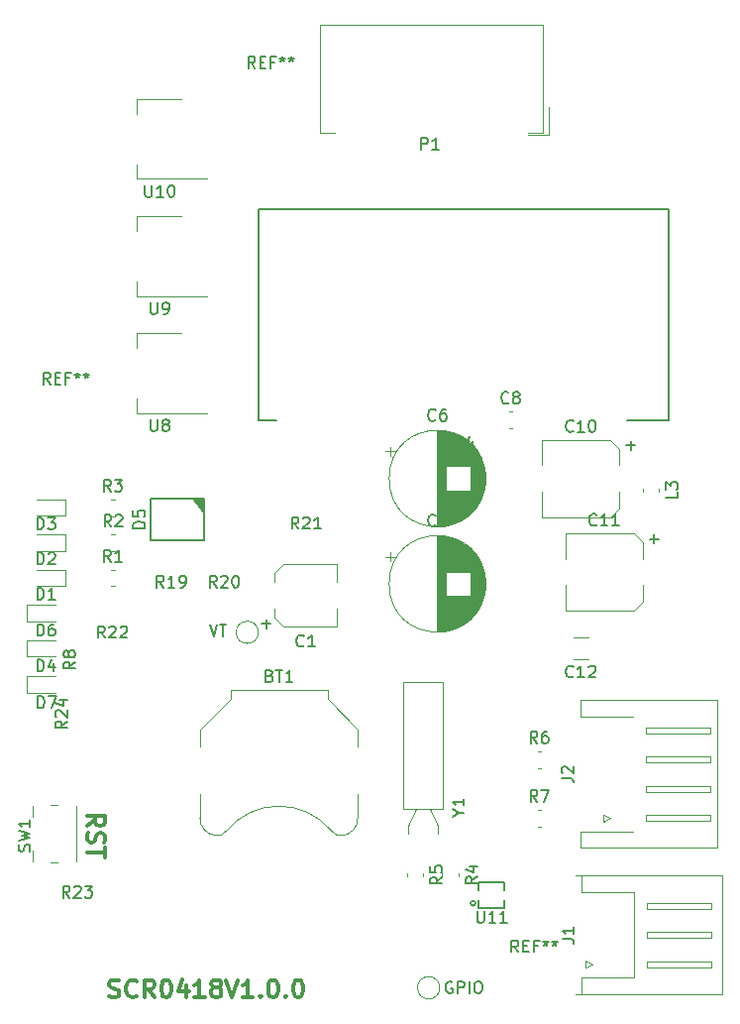
<source format=gbr>
G04 #@! TF.GenerationSoftware,KiCad,Pcbnew,5.0.0-rc2-unknown-bfa8903~65~ubuntu16.04.1*
G04 #@! TF.CreationDate,2018-06-03T14:39:05-05:00*
G04 #@! TF.ProjectId,omega-dock-new,6F6D6567612D646F636B2D6E65772E6B,rev?*
G04 #@! TF.SameCoordinates,Original*
G04 #@! TF.FileFunction,Legend,Top*
G04 #@! TF.FilePolarity,Positive*
%FSLAX46Y46*%
G04 Gerber Fmt 4.6, Leading zero omitted, Abs format (unit mm)*
G04 Created by KiCad (PCBNEW 5.0.0-rc2-unknown-bfa8903~65~ubuntu16.04.1) date Sun Jun  3 14:39:05 2018*
%MOMM*%
%LPD*%
G01*
G04 APERTURE LIST*
%ADD10C,0.300000*%
%ADD11C,0.120000*%
%ADD12C,0.150000*%
G04 APERTURE END LIST*
D10*
X119714285Y-138257142D02*
X119928571Y-138328571D01*
X120285714Y-138328571D01*
X120428571Y-138257142D01*
X120500000Y-138185714D01*
X120571428Y-138042857D01*
X120571428Y-137900000D01*
X120500000Y-137757142D01*
X120428571Y-137685714D01*
X120285714Y-137614285D01*
X120000000Y-137542857D01*
X119857142Y-137471428D01*
X119785714Y-137400000D01*
X119714285Y-137257142D01*
X119714285Y-137114285D01*
X119785714Y-136971428D01*
X119857142Y-136900000D01*
X120000000Y-136828571D01*
X120357142Y-136828571D01*
X120571428Y-136900000D01*
X122071428Y-138185714D02*
X122000000Y-138257142D01*
X121785714Y-138328571D01*
X121642857Y-138328571D01*
X121428571Y-138257142D01*
X121285714Y-138114285D01*
X121214285Y-137971428D01*
X121142857Y-137685714D01*
X121142857Y-137471428D01*
X121214285Y-137185714D01*
X121285714Y-137042857D01*
X121428571Y-136900000D01*
X121642857Y-136828571D01*
X121785714Y-136828571D01*
X122000000Y-136900000D01*
X122071428Y-136971428D01*
X123571428Y-138328571D02*
X123071428Y-137614285D01*
X122714285Y-138328571D02*
X122714285Y-136828571D01*
X123285714Y-136828571D01*
X123428571Y-136900000D01*
X123500000Y-136971428D01*
X123571428Y-137114285D01*
X123571428Y-137328571D01*
X123500000Y-137471428D01*
X123428571Y-137542857D01*
X123285714Y-137614285D01*
X122714285Y-137614285D01*
X124500000Y-136828571D02*
X124642857Y-136828571D01*
X124785714Y-136900000D01*
X124857142Y-136971428D01*
X124928571Y-137114285D01*
X125000000Y-137400000D01*
X125000000Y-137757142D01*
X124928571Y-138042857D01*
X124857142Y-138185714D01*
X124785714Y-138257142D01*
X124642857Y-138328571D01*
X124500000Y-138328571D01*
X124357142Y-138257142D01*
X124285714Y-138185714D01*
X124214285Y-138042857D01*
X124142857Y-137757142D01*
X124142857Y-137400000D01*
X124214285Y-137114285D01*
X124285714Y-136971428D01*
X124357142Y-136900000D01*
X124500000Y-136828571D01*
X126285714Y-137328571D02*
X126285714Y-138328571D01*
X125928571Y-136757142D02*
X125571428Y-137828571D01*
X126500000Y-137828571D01*
X127857142Y-138328571D02*
X127000000Y-138328571D01*
X127428571Y-138328571D02*
X127428571Y-136828571D01*
X127285714Y-137042857D01*
X127142857Y-137185714D01*
X127000000Y-137257142D01*
X128714285Y-137471428D02*
X128571428Y-137400000D01*
X128500000Y-137328571D01*
X128428571Y-137185714D01*
X128428571Y-137114285D01*
X128500000Y-136971428D01*
X128571428Y-136900000D01*
X128714285Y-136828571D01*
X129000000Y-136828571D01*
X129142857Y-136900000D01*
X129214285Y-136971428D01*
X129285714Y-137114285D01*
X129285714Y-137185714D01*
X129214285Y-137328571D01*
X129142857Y-137400000D01*
X129000000Y-137471428D01*
X128714285Y-137471428D01*
X128571428Y-137542857D01*
X128500000Y-137614285D01*
X128428571Y-137757142D01*
X128428571Y-138042857D01*
X128500000Y-138185714D01*
X128571428Y-138257142D01*
X128714285Y-138328571D01*
X129000000Y-138328571D01*
X129142857Y-138257142D01*
X129214285Y-138185714D01*
X129285714Y-138042857D01*
X129285714Y-137757142D01*
X129214285Y-137614285D01*
X129142857Y-137542857D01*
X129000000Y-137471428D01*
X129714285Y-136828571D02*
X130214285Y-138328571D01*
X130714285Y-136828571D01*
X132000000Y-138328571D02*
X131142857Y-138328571D01*
X131571428Y-138328571D02*
X131571428Y-136828571D01*
X131428571Y-137042857D01*
X131285714Y-137185714D01*
X131142857Y-137257142D01*
X132642857Y-138185714D02*
X132714285Y-138257142D01*
X132642857Y-138328571D01*
X132571428Y-138257142D01*
X132642857Y-138185714D01*
X132642857Y-138328571D01*
X133642857Y-136828571D02*
X133785714Y-136828571D01*
X133928571Y-136900000D01*
X134000000Y-136971428D01*
X134071428Y-137114285D01*
X134142857Y-137400000D01*
X134142857Y-137757142D01*
X134071428Y-138042857D01*
X134000000Y-138185714D01*
X133928571Y-138257142D01*
X133785714Y-138328571D01*
X133642857Y-138328571D01*
X133500000Y-138257142D01*
X133428571Y-138185714D01*
X133357142Y-138042857D01*
X133285714Y-137757142D01*
X133285714Y-137400000D01*
X133357142Y-137114285D01*
X133428571Y-136971428D01*
X133500000Y-136900000D01*
X133642857Y-136828571D01*
X134785714Y-138185714D02*
X134857142Y-138257142D01*
X134785714Y-138328571D01*
X134714285Y-138257142D01*
X134785714Y-138185714D01*
X134785714Y-138328571D01*
X135785714Y-136828571D02*
X135928571Y-136828571D01*
X136071428Y-136900000D01*
X136142857Y-136971428D01*
X136214285Y-137114285D01*
X136285714Y-137400000D01*
X136285714Y-137757142D01*
X136214285Y-138042857D01*
X136142857Y-138185714D01*
X136071428Y-138257142D01*
X135928571Y-138328571D01*
X135785714Y-138328571D01*
X135642857Y-138257142D01*
X135571428Y-138185714D01*
X135500000Y-138042857D01*
X135428571Y-137757142D01*
X135428571Y-137400000D01*
X135500000Y-137114285D01*
X135571428Y-136971428D01*
X135642857Y-136900000D01*
X135785714Y-136828571D01*
X117821428Y-123678571D02*
X118535714Y-123178571D01*
X117821428Y-122821428D02*
X119321428Y-122821428D01*
X119321428Y-123392857D01*
X119250000Y-123535714D01*
X119178571Y-123607142D01*
X119035714Y-123678571D01*
X118821428Y-123678571D01*
X118678571Y-123607142D01*
X118607142Y-123535714D01*
X118535714Y-123392857D01*
X118535714Y-122821428D01*
X117892857Y-124250000D02*
X117821428Y-124464285D01*
X117821428Y-124821428D01*
X117892857Y-124964285D01*
X117964285Y-125035714D01*
X118107142Y-125107142D01*
X118250000Y-125107142D01*
X118392857Y-125035714D01*
X118464285Y-124964285D01*
X118535714Y-124821428D01*
X118607142Y-124535714D01*
X118678571Y-124392857D01*
X118750000Y-124321428D01*
X118892857Y-124250000D01*
X119035714Y-124250000D01*
X119178571Y-124321428D01*
X119250000Y-124392857D01*
X119321428Y-124535714D01*
X119321428Y-124892857D01*
X119250000Y-125107142D01*
X119321428Y-125535714D02*
X119321428Y-126392857D01*
X117821428Y-125964285D02*
X119321428Y-125964285D01*
D11*
G04 #@! TO.C,C6*
X151870000Y-94000000D02*
G75*
G03X151870000Y-94000000I-4120000J0D01*
G01*
X147750000Y-89920000D02*
X147750000Y-98080000D01*
X147790000Y-89920000D02*
X147790000Y-98080000D01*
X147830000Y-89920000D02*
X147830000Y-98080000D01*
X147870000Y-89921000D02*
X147870000Y-98079000D01*
X147910000Y-89923000D02*
X147910000Y-98077000D01*
X147950000Y-89924000D02*
X147950000Y-98076000D01*
X147990000Y-89926000D02*
X147990000Y-98074000D01*
X148030000Y-89929000D02*
X148030000Y-98071000D01*
X148070000Y-89932000D02*
X148070000Y-98068000D01*
X148110000Y-89935000D02*
X148110000Y-98065000D01*
X148150000Y-89939000D02*
X148150000Y-98061000D01*
X148190000Y-89943000D02*
X148190000Y-98057000D01*
X148230000Y-89948000D02*
X148230000Y-98052000D01*
X148270000Y-89952000D02*
X148270000Y-98048000D01*
X148310000Y-89958000D02*
X148310000Y-98042000D01*
X148350000Y-89963000D02*
X148350000Y-98037000D01*
X148390000Y-89970000D02*
X148390000Y-98030000D01*
X148430000Y-89976000D02*
X148430000Y-98024000D01*
X148471000Y-89983000D02*
X148471000Y-92960000D01*
X148471000Y-95040000D02*
X148471000Y-98017000D01*
X148511000Y-89990000D02*
X148511000Y-92960000D01*
X148511000Y-95040000D02*
X148511000Y-98010000D01*
X148551000Y-89998000D02*
X148551000Y-92960000D01*
X148551000Y-95040000D02*
X148551000Y-98002000D01*
X148591000Y-90006000D02*
X148591000Y-92960000D01*
X148591000Y-95040000D02*
X148591000Y-97994000D01*
X148631000Y-90015000D02*
X148631000Y-92960000D01*
X148631000Y-95040000D02*
X148631000Y-97985000D01*
X148671000Y-90024000D02*
X148671000Y-92960000D01*
X148671000Y-95040000D02*
X148671000Y-97976000D01*
X148711000Y-90033000D02*
X148711000Y-92960000D01*
X148711000Y-95040000D02*
X148711000Y-97967000D01*
X148751000Y-90043000D02*
X148751000Y-92960000D01*
X148751000Y-95040000D02*
X148751000Y-97957000D01*
X148791000Y-90053000D02*
X148791000Y-92960000D01*
X148791000Y-95040000D02*
X148791000Y-97947000D01*
X148831000Y-90064000D02*
X148831000Y-92960000D01*
X148831000Y-95040000D02*
X148831000Y-97936000D01*
X148871000Y-90075000D02*
X148871000Y-92960000D01*
X148871000Y-95040000D02*
X148871000Y-97925000D01*
X148911000Y-90086000D02*
X148911000Y-92960000D01*
X148911000Y-95040000D02*
X148911000Y-97914000D01*
X148951000Y-90098000D02*
X148951000Y-92960000D01*
X148951000Y-95040000D02*
X148951000Y-97902000D01*
X148991000Y-90111000D02*
X148991000Y-92960000D01*
X148991000Y-95040000D02*
X148991000Y-97889000D01*
X149031000Y-90123000D02*
X149031000Y-92960000D01*
X149031000Y-95040000D02*
X149031000Y-97877000D01*
X149071000Y-90137000D02*
X149071000Y-92960000D01*
X149071000Y-95040000D02*
X149071000Y-97863000D01*
X149111000Y-90150000D02*
X149111000Y-92960000D01*
X149111000Y-95040000D02*
X149111000Y-97850000D01*
X149151000Y-90165000D02*
X149151000Y-92960000D01*
X149151000Y-95040000D02*
X149151000Y-97835000D01*
X149191000Y-90179000D02*
X149191000Y-92960000D01*
X149191000Y-95040000D02*
X149191000Y-97821000D01*
X149231000Y-90195000D02*
X149231000Y-92960000D01*
X149231000Y-95040000D02*
X149231000Y-97805000D01*
X149271000Y-90210000D02*
X149271000Y-92960000D01*
X149271000Y-95040000D02*
X149271000Y-97790000D01*
X149311000Y-90226000D02*
X149311000Y-92960000D01*
X149311000Y-95040000D02*
X149311000Y-97774000D01*
X149351000Y-90243000D02*
X149351000Y-92960000D01*
X149351000Y-95040000D02*
X149351000Y-97757000D01*
X149391000Y-90260000D02*
X149391000Y-92960000D01*
X149391000Y-95040000D02*
X149391000Y-97740000D01*
X149431000Y-90278000D02*
X149431000Y-92960000D01*
X149431000Y-95040000D02*
X149431000Y-97722000D01*
X149471000Y-90296000D02*
X149471000Y-92960000D01*
X149471000Y-95040000D02*
X149471000Y-97704000D01*
X149511000Y-90314000D02*
X149511000Y-92960000D01*
X149511000Y-95040000D02*
X149511000Y-97686000D01*
X149551000Y-90334000D02*
X149551000Y-92960000D01*
X149551000Y-95040000D02*
X149551000Y-97666000D01*
X149591000Y-90353000D02*
X149591000Y-92960000D01*
X149591000Y-95040000D02*
X149591000Y-97647000D01*
X149631000Y-90373000D02*
X149631000Y-92960000D01*
X149631000Y-95040000D02*
X149631000Y-97627000D01*
X149671000Y-90394000D02*
X149671000Y-92960000D01*
X149671000Y-95040000D02*
X149671000Y-97606000D01*
X149711000Y-90416000D02*
X149711000Y-92960000D01*
X149711000Y-95040000D02*
X149711000Y-97584000D01*
X149751000Y-90438000D02*
X149751000Y-92960000D01*
X149751000Y-95040000D02*
X149751000Y-97562000D01*
X149791000Y-90460000D02*
X149791000Y-92960000D01*
X149791000Y-95040000D02*
X149791000Y-97540000D01*
X149831000Y-90483000D02*
X149831000Y-92960000D01*
X149831000Y-95040000D02*
X149831000Y-97517000D01*
X149871000Y-90507000D02*
X149871000Y-92960000D01*
X149871000Y-95040000D02*
X149871000Y-97493000D01*
X149911000Y-90531000D02*
X149911000Y-92960000D01*
X149911000Y-95040000D02*
X149911000Y-97469000D01*
X149951000Y-90556000D02*
X149951000Y-92960000D01*
X149951000Y-95040000D02*
X149951000Y-97444000D01*
X149991000Y-90582000D02*
X149991000Y-92960000D01*
X149991000Y-95040000D02*
X149991000Y-97418000D01*
X150031000Y-90608000D02*
X150031000Y-92960000D01*
X150031000Y-95040000D02*
X150031000Y-97392000D01*
X150071000Y-90635000D02*
X150071000Y-92960000D01*
X150071000Y-95040000D02*
X150071000Y-97365000D01*
X150111000Y-90662000D02*
X150111000Y-92960000D01*
X150111000Y-95040000D02*
X150111000Y-97338000D01*
X150151000Y-90691000D02*
X150151000Y-92960000D01*
X150151000Y-95040000D02*
X150151000Y-97309000D01*
X150191000Y-90720000D02*
X150191000Y-92960000D01*
X150191000Y-95040000D02*
X150191000Y-97280000D01*
X150231000Y-90750000D02*
X150231000Y-92960000D01*
X150231000Y-95040000D02*
X150231000Y-97250000D01*
X150271000Y-90780000D02*
X150271000Y-92960000D01*
X150271000Y-95040000D02*
X150271000Y-97220000D01*
X150311000Y-90811000D02*
X150311000Y-92960000D01*
X150311000Y-95040000D02*
X150311000Y-97189000D01*
X150351000Y-90844000D02*
X150351000Y-92960000D01*
X150351000Y-95040000D02*
X150351000Y-97156000D01*
X150391000Y-90876000D02*
X150391000Y-92960000D01*
X150391000Y-95040000D02*
X150391000Y-97124000D01*
X150431000Y-90910000D02*
X150431000Y-92960000D01*
X150431000Y-95040000D02*
X150431000Y-97090000D01*
X150471000Y-90945000D02*
X150471000Y-92960000D01*
X150471000Y-95040000D02*
X150471000Y-97055000D01*
X150511000Y-90981000D02*
X150511000Y-92960000D01*
X150511000Y-95040000D02*
X150511000Y-97019000D01*
X150551000Y-91017000D02*
X150551000Y-96983000D01*
X150591000Y-91055000D02*
X150591000Y-96945000D01*
X150631000Y-91093000D02*
X150631000Y-96907000D01*
X150671000Y-91133000D02*
X150671000Y-96867000D01*
X150711000Y-91174000D02*
X150711000Y-96826000D01*
X150751000Y-91216000D02*
X150751000Y-96784000D01*
X150791000Y-91259000D02*
X150791000Y-96741000D01*
X150831000Y-91303000D02*
X150831000Y-96697000D01*
X150871000Y-91349000D02*
X150871000Y-96651000D01*
X150911000Y-91396000D02*
X150911000Y-96604000D01*
X150951000Y-91444000D02*
X150951000Y-96556000D01*
X150991000Y-91495000D02*
X150991000Y-96505000D01*
X151031000Y-91546000D02*
X151031000Y-96454000D01*
X151071000Y-91600000D02*
X151071000Y-96400000D01*
X151111000Y-91655000D02*
X151111000Y-96345000D01*
X151151000Y-91713000D02*
X151151000Y-96287000D01*
X151191000Y-91772000D02*
X151191000Y-96228000D01*
X151231000Y-91834000D02*
X151231000Y-96166000D01*
X151271000Y-91898000D02*
X151271000Y-96102000D01*
X151311000Y-91966000D02*
X151311000Y-96034000D01*
X151351000Y-92036000D02*
X151351000Y-95964000D01*
X151391000Y-92110000D02*
X151391000Y-95890000D01*
X151431000Y-92187000D02*
X151431000Y-95813000D01*
X151471000Y-92269000D02*
X151471000Y-95731000D01*
X151511000Y-92355000D02*
X151511000Y-95645000D01*
X151551000Y-92448000D02*
X151551000Y-95552000D01*
X151591000Y-92547000D02*
X151591000Y-95453000D01*
X151631000Y-92654000D02*
X151631000Y-95346000D01*
X151671000Y-92771000D02*
X151671000Y-95229000D01*
X151711000Y-92902000D02*
X151711000Y-95098000D01*
X151751000Y-93052000D02*
X151751000Y-94948000D01*
X151791000Y-93232000D02*
X151791000Y-94768000D01*
X151831000Y-93467000D02*
X151831000Y-94533000D01*
X143340302Y-91685000D02*
X144140302Y-91685000D01*
X143740302Y-91285000D02*
X143740302Y-92085000D01*
G04 #@! TO.C,C8*
X153850000Y-88290000D02*
X154150000Y-88290000D01*
X153850000Y-89710000D02*
X154150000Y-89710000D01*
G04 #@! TO.C,C10*
X163300000Y-91460000D02*
X163300000Y-92880000D01*
X156700000Y-90700000D02*
X156700000Y-92880000D01*
X156700000Y-97300000D02*
X156700000Y-95120000D01*
X163300000Y-96540000D02*
X163300000Y-95120000D01*
X156700000Y-90700000D02*
X162540000Y-90700000D01*
X162540000Y-90700000D02*
X163300000Y-91460000D01*
X163300000Y-96540000D02*
X162540000Y-97300000D01*
X162540000Y-97300000D02*
X156700000Y-97300000D01*
D12*
G04 #@! TO.C,U4*
X167500000Y-71000000D02*
X132500000Y-71000000D01*
X167500000Y-71000000D02*
X167500000Y-89000000D01*
X167500000Y-89000000D02*
X164000000Y-89000000D01*
X132500000Y-89000000D02*
X132500000Y-71000000D01*
X134000000Y-89000000D02*
X132500000Y-89000000D01*
D11*
G04 #@! TO.C,U8*
X128100000Y-88410000D02*
X122090000Y-88410000D01*
X125850000Y-81590000D02*
X122090000Y-81590000D01*
X122090000Y-88410000D02*
X122090000Y-87150000D01*
X122090000Y-81590000D02*
X122090000Y-82850000D01*
G04 #@! TO.C,U9*
X122090000Y-71590000D02*
X122090000Y-72850000D01*
X122090000Y-78410000D02*
X122090000Y-77150000D01*
X125850000Y-71590000D02*
X122090000Y-71590000D01*
X128100000Y-78410000D02*
X122090000Y-78410000D01*
G04 #@! TO.C,U10*
X122090000Y-61590000D02*
X122090000Y-62850000D01*
X122090000Y-68410000D02*
X122090000Y-67150000D01*
X125850000Y-61590000D02*
X122090000Y-61590000D01*
X128100000Y-68410000D02*
X122090000Y-68410000D01*
G04 #@! TO.C,C5*
X151870000Y-103000000D02*
G75*
G03X151870000Y-103000000I-4120000J0D01*
G01*
X147750000Y-98920000D02*
X147750000Y-107080000D01*
X147790000Y-98920000D02*
X147790000Y-107080000D01*
X147830000Y-98920000D02*
X147830000Y-107080000D01*
X147870000Y-98921000D02*
X147870000Y-107079000D01*
X147910000Y-98923000D02*
X147910000Y-107077000D01*
X147950000Y-98924000D02*
X147950000Y-107076000D01*
X147990000Y-98926000D02*
X147990000Y-107074000D01*
X148030000Y-98929000D02*
X148030000Y-107071000D01*
X148070000Y-98932000D02*
X148070000Y-107068000D01*
X148110000Y-98935000D02*
X148110000Y-107065000D01*
X148150000Y-98939000D02*
X148150000Y-107061000D01*
X148190000Y-98943000D02*
X148190000Y-107057000D01*
X148230000Y-98948000D02*
X148230000Y-107052000D01*
X148270000Y-98952000D02*
X148270000Y-107048000D01*
X148310000Y-98958000D02*
X148310000Y-107042000D01*
X148350000Y-98963000D02*
X148350000Y-107037000D01*
X148390000Y-98970000D02*
X148390000Y-107030000D01*
X148430000Y-98976000D02*
X148430000Y-107024000D01*
X148471000Y-98983000D02*
X148471000Y-101960000D01*
X148471000Y-104040000D02*
X148471000Y-107017000D01*
X148511000Y-98990000D02*
X148511000Y-101960000D01*
X148511000Y-104040000D02*
X148511000Y-107010000D01*
X148551000Y-98998000D02*
X148551000Y-101960000D01*
X148551000Y-104040000D02*
X148551000Y-107002000D01*
X148591000Y-99006000D02*
X148591000Y-101960000D01*
X148591000Y-104040000D02*
X148591000Y-106994000D01*
X148631000Y-99015000D02*
X148631000Y-101960000D01*
X148631000Y-104040000D02*
X148631000Y-106985000D01*
X148671000Y-99024000D02*
X148671000Y-101960000D01*
X148671000Y-104040000D02*
X148671000Y-106976000D01*
X148711000Y-99033000D02*
X148711000Y-101960000D01*
X148711000Y-104040000D02*
X148711000Y-106967000D01*
X148751000Y-99043000D02*
X148751000Y-101960000D01*
X148751000Y-104040000D02*
X148751000Y-106957000D01*
X148791000Y-99053000D02*
X148791000Y-101960000D01*
X148791000Y-104040000D02*
X148791000Y-106947000D01*
X148831000Y-99064000D02*
X148831000Y-101960000D01*
X148831000Y-104040000D02*
X148831000Y-106936000D01*
X148871000Y-99075000D02*
X148871000Y-101960000D01*
X148871000Y-104040000D02*
X148871000Y-106925000D01*
X148911000Y-99086000D02*
X148911000Y-101960000D01*
X148911000Y-104040000D02*
X148911000Y-106914000D01*
X148951000Y-99098000D02*
X148951000Y-101960000D01*
X148951000Y-104040000D02*
X148951000Y-106902000D01*
X148991000Y-99111000D02*
X148991000Y-101960000D01*
X148991000Y-104040000D02*
X148991000Y-106889000D01*
X149031000Y-99123000D02*
X149031000Y-101960000D01*
X149031000Y-104040000D02*
X149031000Y-106877000D01*
X149071000Y-99137000D02*
X149071000Y-101960000D01*
X149071000Y-104040000D02*
X149071000Y-106863000D01*
X149111000Y-99150000D02*
X149111000Y-101960000D01*
X149111000Y-104040000D02*
X149111000Y-106850000D01*
X149151000Y-99165000D02*
X149151000Y-101960000D01*
X149151000Y-104040000D02*
X149151000Y-106835000D01*
X149191000Y-99179000D02*
X149191000Y-101960000D01*
X149191000Y-104040000D02*
X149191000Y-106821000D01*
X149231000Y-99195000D02*
X149231000Y-101960000D01*
X149231000Y-104040000D02*
X149231000Y-106805000D01*
X149271000Y-99210000D02*
X149271000Y-101960000D01*
X149271000Y-104040000D02*
X149271000Y-106790000D01*
X149311000Y-99226000D02*
X149311000Y-101960000D01*
X149311000Y-104040000D02*
X149311000Y-106774000D01*
X149351000Y-99243000D02*
X149351000Y-101960000D01*
X149351000Y-104040000D02*
X149351000Y-106757000D01*
X149391000Y-99260000D02*
X149391000Y-101960000D01*
X149391000Y-104040000D02*
X149391000Y-106740000D01*
X149431000Y-99278000D02*
X149431000Y-101960000D01*
X149431000Y-104040000D02*
X149431000Y-106722000D01*
X149471000Y-99296000D02*
X149471000Y-101960000D01*
X149471000Y-104040000D02*
X149471000Y-106704000D01*
X149511000Y-99314000D02*
X149511000Y-101960000D01*
X149511000Y-104040000D02*
X149511000Y-106686000D01*
X149551000Y-99334000D02*
X149551000Y-101960000D01*
X149551000Y-104040000D02*
X149551000Y-106666000D01*
X149591000Y-99353000D02*
X149591000Y-101960000D01*
X149591000Y-104040000D02*
X149591000Y-106647000D01*
X149631000Y-99373000D02*
X149631000Y-101960000D01*
X149631000Y-104040000D02*
X149631000Y-106627000D01*
X149671000Y-99394000D02*
X149671000Y-101960000D01*
X149671000Y-104040000D02*
X149671000Y-106606000D01*
X149711000Y-99416000D02*
X149711000Y-101960000D01*
X149711000Y-104040000D02*
X149711000Y-106584000D01*
X149751000Y-99438000D02*
X149751000Y-101960000D01*
X149751000Y-104040000D02*
X149751000Y-106562000D01*
X149791000Y-99460000D02*
X149791000Y-101960000D01*
X149791000Y-104040000D02*
X149791000Y-106540000D01*
X149831000Y-99483000D02*
X149831000Y-101960000D01*
X149831000Y-104040000D02*
X149831000Y-106517000D01*
X149871000Y-99507000D02*
X149871000Y-101960000D01*
X149871000Y-104040000D02*
X149871000Y-106493000D01*
X149911000Y-99531000D02*
X149911000Y-101960000D01*
X149911000Y-104040000D02*
X149911000Y-106469000D01*
X149951000Y-99556000D02*
X149951000Y-101960000D01*
X149951000Y-104040000D02*
X149951000Y-106444000D01*
X149991000Y-99582000D02*
X149991000Y-101960000D01*
X149991000Y-104040000D02*
X149991000Y-106418000D01*
X150031000Y-99608000D02*
X150031000Y-101960000D01*
X150031000Y-104040000D02*
X150031000Y-106392000D01*
X150071000Y-99635000D02*
X150071000Y-101960000D01*
X150071000Y-104040000D02*
X150071000Y-106365000D01*
X150111000Y-99662000D02*
X150111000Y-101960000D01*
X150111000Y-104040000D02*
X150111000Y-106338000D01*
X150151000Y-99691000D02*
X150151000Y-101960000D01*
X150151000Y-104040000D02*
X150151000Y-106309000D01*
X150191000Y-99720000D02*
X150191000Y-101960000D01*
X150191000Y-104040000D02*
X150191000Y-106280000D01*
X150231000Y-99750000D02*
X150231000Y-101960000D01*
X150231000Y-104040000D02*
X150231000Y-106250000D01*
X150271000Y-99780000D02*
X150271000Y-101960000D01*
X150271000Y-104040000D02*
X150271000Y-106220000D01*
X150311000Y-99811000D02*
X150311000Y-101960000D01*
X150311000Y-104040000D02*
X150311000Y-106189000D01*
X150351000Y-99844000D02*
X150351000Y-101960000D01*
X150351000Y-104040000D02*
X150351000Y-106156000D01*
X150391000Y-99876000D02*
X150391000Y-101960000D01*
X150391000Y-104040000D02*
X150391000Y-106124000D01*
X150431000Y-99910000D02*
X150431000Y-101960000D01*
X150431000Y-104040000D02*
X150431000Y-106090000D01*
X150471000Y-99945000D02*
X150471000Y-101960000D01*
X150471000Y-104040000D02*
X150471000Y-106055000D01*
X150511000Y-99981000D02*
X150511000Y-101960000D01*
X150511000Y-104040000D02*
X150511000Y-106019000D01*
X150551000Y-100017000D02*
X150551000Y-105983000D01*
X150591000Y-100055000D02*
X150591000Y-105945000D01*
X150631000Y-100093000D02*
X150631000Y-105907000D01*
X150671000Y-100133000D02*
X150671000Y-105867000D01*
X150711000Y-100174000D02*
X150711000Y-105826000D01*
X150751000Y-100216000D02*
X150751000Y-105784000D01*
X150791000Y-100259000D02*
X150791000Y-105741000D01*
X150831000Y-100303000D02*
X150831000Y-105697000D01*
X150871000Y-100349000D02*
X150871000Y-105651000D01*
X150911000Y-100396000D02*
X150911000Y-105604000D01*
X150951000Y-100444000D02*
X150951000Y-105556000D01*
X150991000Y-100495000D02*
X150991000Y-105505000D01*
X151031000Y-100546000D02*
X151031000Y-105454000D01*
X151071000Y-100600000D02*
X151071000Y-105400000D01*
X151111000Y-100655000D02*
X151111000Y-105345000D01*
X151151000Y-100713000D02*
X151151000Y-105287000D01*
X151191000Y-100772000D02*
X151191000Y-105228000D01*
X151231000Y-100834000D02*
X151231000Y-105166000D01*
X151271000Y-100898000D02*
X151271000Y-105102000D01*
X151311000Y-100966000D02*
X151311000Y-105034000D01*
X151351000Y-101036000D02*
X151351000Y-104964000D01*
X151391000Y-101110000D02*
X151391000Y-104890000D01*
X151431000Y-101187000D02*
X151431000Y-104813000D01*
X151471000Y-101269000D02*
X151471000Y-104731000D01*
X151511000Y-101355000D02*
X151511000Y-104645000D01*
X151551000Y-101448000D02*
X151551000Y-104552000D01*
X151591000Y-101547000D02*
X151591000Y-104453000D01*
X151631000Y-101654000D02*
X151631000Y-104346000D01*
X151671000Y-101771000D02*
X151671000Y-104229000D01*
X151711000Y-101902000D02*
X151711000Y-104098000D01*
X151751000Y-102052000D02*
X151751000Y-103948000D01*
X151791000Y-102232000D02*
X151791000Y-103768000D01*
X151831000Y-102467000D02*
X151831000Y-103533000D01*
X143340302Y-100685000D02*
X144140302Y-100685000D01*
X143740302Y-100285000D02*
X143740302Y-101085000D01*
G04 #@! TO.C,L3*
X166710000Y-94850000D02*
X166710000Y-95150000D01*
X165290000Y-94850000D02*
X165290000Y-95150000D01*
G04 #@! TO.C,R1*
X119850000Y-103210000D02*
X120150000Y-103210000D01*
X119850000Y-101790000D02*
X120150000Y-101790000D01*
G04 #@! TO.C,R2*
X119892500Y-98790000D02*
X120192500Y-98790000D01*
X119892500Y-100210000D02*
X120192500Y-100210000D01*
G04 #@! TO.C,R3*
X119850000Y-95790000D02*
X120150000Y-95790000D01*
X119850000Y-97210000D02*
X120150000Y-97210000D01*
G04 #@! TO.C,C11*
X165300000Y-99460000D02*
X165300000Y-100880000D01*
X158700000Y-98700000D02*
X158700000Y-100880000D01*
X158700000Y-105300000D02*
X158700000Y-103120000D01*
X165300000Y-104540000D02*
X165300000Y-103120000D01*
X158700000Y-98700000D02*
X164540000Y-98700000D01*
X164540000Y-98700000D02*
X165300000Y-99460000D01*
X165300000Y-104540000D02*
X164540000Y-105300000D01*
X164540000Y-105300000D02*
X158700000Y-105300000D01*
G04 #@! TO.C,C12*
X160650000Y-109410000D02*
X159350000Y-109410000D01*
X160650000Y-107590000D02*
X159350000Y-107590000D01*
G04 #@! TO.C,R4*
X148160000Y-127700000D02*
X148160000Y-128000000D01*
X149580000Y-127700000D02*
X149580000Y-128000000D01*
G04 #@! TO.C,R5*
X146560000Y-127720000D02*
X146560000Y-128020000D01*
X145140000Y-127720000D02*
X145140000Y-128020000D01*
D12*
G04 #@! TO.C,U11*
X151300000Y-129180000D02*
X151300000Y-128480000D01*
X151300000Y-128480000D02*
X153500000Y-128480000D01*
X153500000Y-128480000D02*
X153500000Y-129180000D01*
X153500000Y-129980000D02*
X153500000Y-130680000D01*
X153500000Y-130680000D02*
X151300000Y-130680000D01*
X151300000Y-130680000D02*
X151300000Y-129980000D01*
X151000000Y-130280000D02*
G75*
G03X151000000Y-130280000I-200000J0D01*
G01*
D11*
G04 #@! TO.C,R6*
X156307500Y-118710000D02*
X156607500Y-118710000D01*
X156307500Y-117290000D02*
X156607500Y-117290000D01*
G04 #@! TO.C,R7*
X156307500Y-122290000D02*
X156607500Y-122290000D01*
X156307500Y-123710000D02*
X156607500Y-123710000D01*
G04 #@! TO.C,J2*
X171710000Y-119250000D02*
X171710000Y-125560000D01*
X171710000Y-125560000D02*
X159990000Y-125560000D01*
X159990000Y-125560000D02*
X159990000Y-124140000D01*
X159990000Y-124140000D02*
X164490000Y-124140000D01*
X171710000Y-119250000D02*
X171710000Y-112940000D01*
X171710000Y-112940000D02*
X159990000Y-112940000D01*
X159990000Y-112940000D02*
X159990000Y-114360000D01*
X159990000Y-114360000D02*
X164490000Y-114360000D01*
X165600000Y-123250000D02*
X171100000Y-123250000D01*
X171100000Y-123250000D02*
X171100000Y-122750000D01*
X171100000Y-122750000D02*
X165600000Y-122750000D01*
X165600000Y-122750000D02*
X165600000Y-123250000D01*
X165600000Y-120750000D02*
X171100000Y-120750000D01*
X171100000Y-120750000D02*
X171100000Y-120250000D01*
X171100000Y-120250000D02*
X165600000Y-120250000D01*
X165600000Y-120250000D02*
X165600000Y-120750000D01*
X165600000Y-118250000D02*
X171100000Y-118250000D01*
X171100000Y-118250000D02*
X171100000Y-117750000D01*
X171100000Y-117750000D02*
X165600000Y-117750000D01*
X165600000Y-117750000D02*
X165600000Y-118250000D01*
X165600000Y-115750000D02*
X171100000Y-115750000D01*
X171100000Y-115750000D02*
X171100000Y-115250000D01*
X171100000Y-115250000D02*
X165600000Y-115250000D01*
X165600000Y-115250000D02*
X165600000Y-115750000D01*
X162500000Y-123000000D02*
X161900000Y-123300000D01*
X161900000Y-123300000D02*
X161900000Y-122700000D01*
X161900000Y-122700000D02*
X162500000Y-123000000D01*
G04 #@! TO.C,BT1*
X139624615Y-124494160D02*
G75*
G02X138710000Y-124110000I-124615J984160D01*
G01*
X128795385Y-124494160D02*
G75*
G03X129710000Y-124110000I124615J984160D01*
G01*
X138700661Y-124098671D02*
G75*
G03X129710000Y-124110000I-4490661J-3711329D01*
G01*
X140960000Y-122960000D02*
G75*
G02X139510000Y-124510000I-1500000J-50000D01*
G01*
X127460000Y-122960000D02*
G75*
G03X128910000Y-124510000I1500000J-50000D01*
G01*
X140960000Y-120910000D02*
X140960000Y-123010000D01*
X127460000Y-120910000D02*
X127460000Y-123010000D01*
X127460000Y-116910000D02*
X127460000Y-115460000D01*
X127460000Y-115460000D02*
X130060000Y-112860000D01*
X130060000Y-112860000D02*
X130060000Y-112060000D01*
X130060000Y-112060000D02*
X138360000Y-112060000D01*
X138360000Y-112060000D02*
X138360000Y-112860000D01*
X138360000Y-112860000D02*
X140960000Y-115460000D01*
X140960000Y-115460000D02*
X140960000Y-116910000D01*
G04 #@! TO.C,Y1*
X148250000Y-122250000D02*
X148250000Y-111350000D01*
X148250000Y-111350000D02*
X144850000Y-111350000D01*
X144850000Y-111350000D02*
X144850000Y-122250000D01*
X144850000Y-122250000D02*
X148250000Y-122250000D01*
X147150000Y-122250000D02*
X147820000Y-123650000D01*
X147820000Y-123650000D02*
X147820000Y-124350000D01*
X145950000Y-122250000D02*
X145280000Y-123650000D01*
X145280000Y-123650000D02*
X145280000Y-124350000D01*
G04 #@! TO.C,D6*
X115090000Y-104795000D02*
X112620000Y-104795000D01*
X112620000Y-104795000D02*
X112620000Y-106185000D01*
X112620000Y-106185000D02*
X115090000Y-106185000D01*
G04 #@! TO.C,D1*
X113500000Y-103195000D02*
X115970000Y-103195000D01*
X115970000Y-103195000D02*
X115970000Y-101805000D01*
X115970000Y-101805000D02*
X113500000Y-101805000D01*
G04 #@! TO.C,D2*
X115970000Y-98805000D02*
X113500000Y-98805000D01*
X115970000Y-100195000D02*
X115970000Y-98805000D01*
X113500000Y-100195000D02*
X115970000Y-100195000D01*
G04 #@! TO.C,D3*
X113500000Y-97195000D02*
X115970000Y-97195000D01*
X115970000Y-97195000D02*
X115970000Y-95805000D01*
X115970000Y-95805000D02*
X113500000Y-95805000D01*
G04 #@! TO.C,C1*
X139170000Y-101310000D02*
X139170000Y-102860000D01*
X139170000Y-106640000D02*
X139170000Y-105090000D01*
X133830000Y-105880000D02*
X133830000Y-105090000D01*
X133830000Y-102070000D02*
X133830000Y-102860000D01*
X139170000Y-101310000D02*
X134590000Y-101310000D01*
X134590000Y-101310000D02*
X133830000Y-102070000D01*
X133830000Y-105880000D02*
X134590000Y-106640000D01*
X134590000Y-106640000D02*
X139170000Y-106640000D01*
D12*
G04 #@! TO.C,D5*
X127775000Y-95700000D02*
X127775000Y-99300000D01*
X127775000Y-99300000D02*
X123225000Y-99300000D01*
X123225000Y-99300000D02*
X123225000Y-95700000D01*
X123225000Y-95700000D02*
X127775000Y-95700000D01*
G36*
X127750000Y-95750000D02*
X127750000Y-96800000D01*
X126850000Y-95750000D01*
X127750000Y-95750000D01*
G37*
X127750000Y-95750000D02*
X127750000Y-96800000D01*
X126850000Y-95750000D01*
X127750000Y-95750000D01*
D11*
G04 #@! TO.C,D4*
X115090000Y-107825000D02*
X112620000Y-107825000D01*
X112620000Y-107825000D02*
X112620000Y-109215000D01*
X112620000Y-109215000D02*
X115090000Y-109215000D01*
G04 #@! TO.C,SW1*
X113150000Y-122007500D02*
X113150000Y-122932500D01*
X116850000Y-122007500D02*
X116850000Y-126707500D01*
X115275000Y-126807500D02*
X114725000Y-126807500D01*
X115275000Y-121907500D02*
X114725000Y-121907500D01*
X113150000Y-125782500D02*
X113150000Y-126707500D01*
G04 #@! TO.C,D7*
X115125000Y-110905000D02*
X112655000Y-110905000D01*
X112655000Y-110905000D02*
X112655000Y-112295000D01*
X112655000Y-112295000D02*
X115125000Y-112295000D01*
G04 #@! TO.C,GPIO*
X147950000Y-137500000D02*
G75*
G03X147950000Y-137500000I-950000J0D01*
G01*
G04 #@! TO.C,VT*
X132450000Y-107140000D02*
G75*
G03X132450000Y-107140000I-950000J0D01*
G01*
G04 #@! TO.C,P1*
X155510000Y-64450000D02*
X156790000Y-64450000D01*
X156790000Y-64450000D02*
X156790000Y-55250000D01*
X156790000Y-55250000D02*
X137710000Y-55250000D01*
X137710000Y-55250000D02*
X137710000Y-64450000D01*
X137710000Y-64450000D02*
X138990000Y-64450000D01*
X157250000Y-62250000D02*
X157250000Y-64660000D01*
X157250000Y-64660000D02*
X155510000Y-64660000D01*
G04 #@! TO.C,J1*
X172080000Y-132990000D02*
X172080000Y-138050000D01*
X172080000Y-138050000D02*
X159580000Y-138050000D01*
X160070000Y-138050000D02*
X160070000Y-136630000D01*
X160070000Y-136630000D02*
X164570000Y-136630000D01*
X164570000Y-136630000D02*
X164570000Y-132990000D01*
X172080000Y-132990000D02*
X172080000Y-127930000D01*
X172080000Y-127930000D02*
X159580000Y-127930000D01*
X160070000Y-127930000D02*
X160070000Y-129350000D01*
X160070000Y-129350000D02*
X164570000Y-129350000D01*
X164570000Y-129350000D02*
X164570000Y-132990000D01*
X165680000Y-135740000D02*
X171180000Y-135740000D01*
X171180000Y-135740000D02*
X171180000Y-135240000D01*
X171180000Y-135240000D02*
X165680000Y-135240000D01*
X165680000Y-135240000D02*
X165680000Y-135740000D01*
X165680000Y-133240000D02*
X171180000Y-133240000D01*
X171180000Y-133240000D02*
X171180000Y-132740000D01*
X171180000Y-132740000D02*
X165680000Y-132740000D01*
X165680000Y-132740000D02*
X165680000Y-133240000D01*
X165680000Y-130740000D02*
X171180000Y-130740000D01*
X171180000Y-130740000D02*
X171180000Y-130240000D01*
X171180000Y-130240000D02*
X165680000Y-130240000D01*
X165680000Y-130240000D02*
X165680000Y-130740000D01*
X160980000Y-135490000D02*
X160380000Y-135790000D01*
X160380000Y-135790000D02*
X160380000Y-135190000D01*
X160380000Y-135190000D02*
X160980000Y-135490000D01*
G04 #@! TO.C,C6*
D12*
X147583333Y-88987142D02*
X147535714Y-89034761D01*
X147392857Y-89082380D01*
X147297619Y-89082380D01*
X147154761Y-89034761D01*
X147059523Y-88939523D01*
X147011904Y-88844285D01*
X146964285Y-88653809D01*
X146964285Y-88510952D01*
X147011904Y-88320476D01*
X147059523Y-88225238D01*
X147154761Y-88130000D01*
X147297619Y-88082380D01*
X147392857Y-88082380D01*
X147535714Y-88130000D01*
X147583333Y-88177619D01*
X148440476Y-88082380D02*
X148250000Y-88082380D01*
X148154761Y-88130000D01*
X148107142Y-88177619D01*
X148011904Y-88320476D01*
X147964285Y-88510952D01*
X147964285Y-88891904D01*
X148011904Y-88987142D01*
X148059523Y-89034761D01*
X148154761Y-89082380D01*
X148345238Y-89082380D01*
X148440476Y-89034761D01*
X148488095Y-88987142D01*
X148535714Y-88891904D01*
X148535714Y-88653809D01*
X148488095Y-88558571D01*
X148440476Y-88510952D01*
X148345238Y-88463333D01*
X148154761Y-88463333D01*
X148059523Y-88510952D01*
X148011904Y-88558571D01*
X147964285Y-88653809D01*
G04 #@! TO.C,C8*
X153833333Y-87507142D02*
X153785714Y-87554761D01*
X153642857Y-87602380D01*
X153547619Y-87602380D01*
X153404761Y-87554761D01*
X153309523Y-87459523D01*
X153261904Y-87364285D01*
X153214285Y-87173809D01*
X153214285Y-87030952D01*
X153261904Y-86840476D01*
X153309523Y-86745238D01*
X153404761Y-86650000D01*
X153547619Y-86602380D01*
X153642857Y-86602380D01*
X153785714Y-86650000D01*
X153833333Y-86697619D01*
X154404761Y-87030952D02*
X154309523Y-86983333D01*
X154261904Y-86935714D01*
X154214285Y-86840476D01*
X154214285Y-86792857D01*
X154261904Y-86697619D01*
X154309523Y-86650000D01*
X154404761Y-86602380D01*
X154595238Y-86602380D01*
X154690476Y-86650000D01*
X154738095Y-86697619D01*
X154785714Y-86792857D01*
X154785714Y-86840476D01*
X154738095Y-86935714D01*
X154690476Y-86983333D01*
X154595238Y-87030952D01*
X154404761Y-87030952D01*
X154309523Y-87078571D01*
X154261904Y-87126190D01*
X154214285Y-87221428D01*
X154214285Y-87411904D01*
X154261904Y-87507142D01*
X154309523Y-87554761D01*
X154404761Y-87602380D01*
X154595238Y-87602380D01*
X154690476Y-87554761D01*
X154738095Y-87507142D01*
X154785714Y-87411904D01*
X154785714Y-87221428D01*
X154738095Y-87126190D01*
X154690476Y-87078571D01*
X154595238Y-87030952D01*
G04 #@! TO.C,C10*
X159357142Y-89927142D02*
X159309523Y-89974761D01*
X159166666Y-90022380D01*
X159071428Y-90022380D01*
X158928571Y-89974761D01*
X158833333Y-89879523D01*
X158785714Y-89784285D01*
X158738095Y-89593809D01*
X158738095Y-89450952D01*
X158785714Y-89260476D01*
X158833333Y-89165238D01*
X158928571Y-89070000D01*
X159071428Y-89022380D01*
X159166666Y-89022380D01*
X159309523Y-89070000D01*
X159357142Y-89117619D01*
X160309523Y-90022380D02*
X159738095Y-90022380D01*
X160023809Y-90022380D02*
X160023809Y-89022380D01*
X159928571Y-89165238D01*
X159833333Y-89260476D01*
X159738095Y-89308095D01*
X160928571Y-89022380D02*
X161023809Y-89022380D01*
X161119047Y-89070000D01*
X161166666Y-89117619D01*
X161214285Y-89212857D01*
X161261904Y-89403333D01*
X161261904Y-89641428D01*
X161214285Y-89831904D01*
X161166666Y-89927142D01*
X161119047Y-89974761D01*
X161023809Y-90022380D01*
X160928571Y-90022380D01*
X160833333Y-89974761D01*
X160785714Y-89927142D01*
X160738095Y-89831904D01*
X160690476Y-89641428D01*
X160690476Y-89403333D01*
X160738095Y-89212857D01*
X160785714Y-89117619D01*
X160833333Y-89070000D01*
X160928571Y-89022380D01*
X163899047Y-91161428D02*
X164660952Y-91161428D01*
X164280000Y-91542380D02*
X164280000Y-90780476D01*
G04 #@! TO.C,U4*
X149238095Y-90452380D02*
X149238095Y-91261904D01*
X149285714Y-91357142D01*
X149333333Y-91404761D01*
X149428571Y-91452380D01*
X149619047Y-91452380D01*
X149714285Y-91404761D01*
X149761904Y-91357142D01*
X149809523Y-91261904D01*
X149809523Y-90452380D01*
X150714285Y-90785714D02*
X150714285Y-91452380D01*
X150476190Y-90404761D02*
X150238095Y-91119047D01*
X150857142Y-91119047D01*
G04 #@! TO.C,U8*
X123238095Y-88952380D02*
X123238095Y-89761904D01*
X123285714Y-89857142D01*
X123333333Y-89904761D01*
X123428571Y-89952380D01*
X123619047Y-89952380D01*
X123714285Y-89904761D01*
X123761904Y-89857142D01*
X123809523Y-89761904D01*
X123809523Y-88952380D01*
X124428571Y-89380952D02*
X124333333Y-89333333D01*
X124285714Y-89285714D01*
X124238095Y-89190476D01*
X124238095Y-89142857D01*
X124285714Y-89047619D01*
X124333333Y-89000000D01*
X124428571Y-88952380D01*
X124619047Y-88952380D01*
X124714285Y-89000000D01*
X124761904Y-89047619D01*
X124809523Y-89142857D01*
X124809523Y-89190476D01*
X124761904Y-89285714D01*
X124714285Y-89333333D01*
X124619047Y-89380952D01*
X124428571Y-89380952D01*
X124333333Y-89428571D01*
X124285714Y-89476190D01*
X124238095Y-89571428D01*
X124238095Y-89761904D01*
X124285714Y-89857142D01*
X124333333Y-89904761D01*
X124428571Y-89952380D01*
X124619047Y-89952380D01*
X124714285Y-89904761D01*
X124761904Y-89857142D01*
X124809523Y-89761904D01*
X124809523Y-89571428D01*
X124761904Y-89476190D01*
X124714285Y-89428571D01*
X124619047Y-89380952D01*
G04 #@! TO.C,U9*
X123238095Y-78952380D02*
X123238095Y-79761904D01*
X123285714Y-79857142D01*
X123333333Y-79904761D01*
X123428571Y-79952380D01*
X123619047Y-79952380D01*
X123714285Y-79904761D01*
X123761904Y-79857142D01*
X123809523Y-79761904D01*
X123809523Y-78952380D01*
X124333333Y-79952380D02*
X124523809Y-79952380D01*
X124619047Y-79904761D01*
X124666666Y-79857142D01*
X124761904Y-79714285D01*
X124809523Y-79523809D01*
X124809523Y-79142857D01*
X124761904Y-79047619D01*
X124714285Y-79000000D01*
X124619047Y-78952380D01*
X124428571Y-78952380D01*
X124333333Y-79000000D01*
X124285714Y-79047619D01*
X124238095Y-79142857D01*
X124238095Y-79380952D01*
X124285714Y-79476190D01*
X124333333Y-79523809D01*
X124428571Y-79571428D01*
X124619047Y-79571428D01*
X124714285Y-79523809D01*
X124761904Y-79476190D01*
X124809523Y-79380952D01*
G04 #@! TO.C,U10*
X122761904Y-68952380D02*
X122761904Y-69761904D01*
X122809523Y-69857142D01*
X122857142Y-69904761D01*
X122952380Y-69952380D01*
X123142857Y-69952380D01*
X123238095Y-69904761D01*
X123285714Y-69857142D01*
X123333333Y-69761904D01*
X123333333Y-68952380D01*
X124333333Y-69952380D02*
X123761904Y-69952380D01*
X124047619Y-69952380D02*
X124047619Y-68952380D01*
X123952380Y-69095238D01*
X123857142Y-69190476D01*
X123761904Y-69238095D01*
X124952380Y-68952380D02*
X125047619Y-68952380D01*
X125142857Y-69000000D01*
X125190476Y-69047619D01*
X125238095Y-69142857D01*
X125285714Y-69333333D01*
X125285714Y-69571428D01*
X125238095Y-69761904D01*
X125190476Y-69857142D01*
X125142857Y-69904761D01*
X125047619Y-69952380D01*
X124952380Y-69952380D01*
X124857142Y-69904761D01*
X124809523Y-69857142D01*
X124761904Y-69761904D01*
X124714285Y-69571428D01*
X124714285Y-69333333D01*
X124761904Y-69142857D01*
X124809523Y-69047619D01*
X124857142Y-69000000D01*
X124952380Y-68952380D01*
G04 #@! TO.C,C5*
X147583333Y-97987142D02*
X147535714Y-98034761D01*
X147392857Y-98082380D01*
X147297619Y-98082380D01*
X147154761Y-98034761D01*
X147059523Y-97939523D01*
X147011904Y-97844285D01*
X146964285Y-97653809D01*
X146964285Y-97510952D01*
X147011904Y-97320476D01*
X147059523Y-97225238D01*
X147154761Y-97130000D01*
X147297619Y-97082380D01*
X147392857Y-97082380D01*
X147535714Y-97130000D01*
X147583333Y-97177619D01*
X148488095Y-97082380D02*
X148011904Y-97082380D01*
X147964285Y-97558571D01*
X148011904Y-97510952D01*
X148107142Y-97463333D01*
X148345238Y-97463333D01*
X148440476Y-97510952D01*
X148488095Y-97558571D01*
X148535714Y-97653809D01*
X148535714Y-97891904D01*
X148488095Y-97987142D01*
X148440476Y-98034761D01*
X148345238Y-98082380D01*
X148107142Y-98082380D01*
X148011904Y-98034761D01*
X147964285Y-97987142D01*
G04 #@! TO.C,L3*
X168302380Y-95166666D02*
X168302380Y-95642857D01*
X167302380Y-95642857D01*
X167302380Y-94928571D02*
X167302380Y-94309523D01*
X167683333Y-94642857D01*
X167683333Y-94500000D01*
X167730952Y-94404761D01*
X167778571Y-94357142D01*
X167873809Y-94309523D01*
X168111904Y-94309523D01*
X168207142Y-94357142D01*
X168254761Y-94404761D01*
X168302380Y-94500000D01*
X168302380Y-94785714D01*
X168254761Y-94880952D01*
X168207142Y-94928571D01*
G04 #@! TO.C,R1*
X119833333Y-101102380D02*
X119500000Y-100626190D01*
X119261904Y-101102380D02*
X119261904Y-100102380D01*
X119642857Y-100102380D01*
X119738095Y-100150000D01*
X119785714Y-100197619D01*
X119833333Y-100292857D01*
X119833333Y-100435714D01*
X119785714Y-100530952D01*
X119738095Y-100578571D01*
X119642857Y-100626190D01*
X119261904Y-100626190D01*
X120785714Y-101102380D02*
X120214285Y-101102380D01*
X120500000Y-101102380D02*
X120500000Y-100102380D01*
X120404761Y-100245238D01*
X120309523Y-100340476D01*
X120214285Y-100388095D01*
G04 #@! TO.C,R2*
X119875833Y-98102380D02*
X119542500Y-97626190D01*
X119304404Y-98102380D02*
X119304404Y-97102380D01*
X119685357Y-97102380D01*
X119780595Y-97150000D01*
X119828214Y-97197619D01*
X119875833Y-97292857D01*
X119875833Y-97435714D01*
X119828214Y-97530952D01*
X119780595Y-97578571D01*
X119685357Y-97626190D01*
X119304404Y-97626190D01*
X120256785Y-97197619D02*
X120304404Y-97150000D01*
X120399642Y-97102380D01*
X120637738Y-97102380D01*
X120732976Y-97150000D01*
X120780595Y-97197619D01*
X120828214Y-97292857D01*
X120828214Y-97388095D01*
X120780595Y-97530952D01*
X120209166Y-98102380D01*
X120828214Y-98102380D01*
G04 #@! TO.C,R3*
X119833333Y-95102380D02*
X119500000Y-94626190D01*
X119261904Y-95102380D02*
X119261904Y-94102380D01*
X119642857Y-94102380D01*
X119738095Y-94150000D01*
X119785714Y-94197619D01*
X119833333Y-94292857D01*
X119833333Y-94435714D01*
X119785714Y-94530952D01*
X119738095Y-94578571D01*
X119642857Y-94626190D01*
X119261904Y-94626190D01*
X120166666Y-94102380D02*
X120785714Y-94102380D01*
X120452380Y-94483333D01*
X120595238Y-94483333D01*
X120690476Y-94530952D01*
X120738095Y-94578571D01*
X120785714Y-94673809D01*
X120785714Y-94911904D01*
X120738095Y-95007142D01*
X120690476Y-95054761D01*
X120595238Y-95102380D01*
X120309523Y-95102380D01*
X120214285Y-95054761D01*
X120166666Y-95007142D01*
G04 #@! TO.C,C11*
X161357142Y-97927142D02*
X161309523Y-97974761D01*
X161166666Y-98022380D01*
X161071428Y-98022380D01*
X160928571Y-97974761D01*
X160833333Y-97879523D01*
X160785714Y-97784285D01*
X160738095Y-97593809D01*
X160738095Y-97450952D01*
X160785714Y-97260476D01*
X160833333Y-97165238D01*
X160928571Y-97070000D01*
X161071428Y-97022380D01*
X161166666Y-97022380D01*
X161309523Y-97070000D01*
X161357142Y-97117619D01*
X162309523Y-98022380D02*
X161738095Y-98022380D01*
X162023809Y-98022380D02*
X162023809Y-97022380D01*
X161928571Y-97165238D01*
X161833333Y-97260476D01*
X161738095Y-97308095D01*
X163261904Y-98022380D02*
X162690476Y-98022380D01*
X162976190Y-98022380D02*
X162976190Y-97022380D01*
X162880952Y-97165238D01*
X162785714Y-97260476D01*
X162690476Y-97308095D01*
X165899047Y-99161428D02*
X166660952Y-99161428D01*
X166280000Y-99542380D02*
X166280000Y-98780476D01*
G04 #@! TO.C,C12*
X159357142Y-110907142D02*
X159309523Y-110954761D01*
X159166666Y-111002380D01*
X159071428Y-111002380D01*
X158928571Y-110954761D01*
X158833333Y-110859523D01*
X158785714Y-110764285D01*
X158738095Y-110573809D01*
X158738095Y-110430952D01*
X158785714Y-110240476D01*
X158833333Y-110145238D01*
X158928571Y-110050000D01*
X159071428Y-110002380D01*
X159166666Y-110002380D01*
X159309523Y-110050000D01*
X159357142Y-110097619D01*
X160309523Y-111002380D02*
X159738095Y-111002380D01*
X160023809Y-111002380D02*
X160023809Y-110002380D01*
X159928571Y-110145238D01*
X159833333Y-110240476D01*
X159738095Y-110288095D01*
X160690476Y-110097619D02*
X160738095Y-110050000D01*
X160833333Y-110002380D01*
X161071428Y-110002380D01*
X161166666Y-110050000D01*
X161214285Y-110097619D01*
X161261904Y-110192857D01*
X161261904Y-110288095D01*
X161214285Y-110430952D01*
X160642857Y-111002380D01*
X161261904Y-111002380D01*
G04 #@! TO.C,R4*
X151172380Y-128016666D02*
X150696190Y-128350000D01*
X151172380Y-128588095D02*
X150172380Y-128588095D01*
X150172380Y-128207142D01*
X150220000Y-128111904D01*
X150267619Y-128064285D01*
X150362857Y-128016666D01*
X150505714Y-128016666D01*
X150600952Y-128064285D01*
X150648571Y-128111904D01*
X150696190Y-128207142D01*
X150696190Y-128588095D01*
X150505714Y-127159523D02*
X151172380Y-127159523D01*
X150124761Y-127397619D02*
X150839047Y-127635714D01*
X150839047Y-127016666D01*
G04 #@! TO.C,R5*
X148152380Y-128036666D02*
X147676190Y-128370000D01*
X148152380Y-128608095D02*
X147152380Y-128608095D01*
X147152380Y-128227142D01*
X147200000Y-128131904D01*
X147247619Y-128084285D01*
X147342857Y-128036666D01*
X147485714Y-128036666D01*
X147580952Y-128084285D01*
X147628571Y-128131904D01*
X147676190Y-128227142D01*
X147676190Y-128608095D01*
X147152380Y-127131904D02*
X147152380Y-127608095D01*
X147628571Y-127655714D01*
X147580952Y-127608095D01*
X147533333Y-127512857D01*
X147533333Y-127274761D01*
X147580952Y-127179523D01*
X147628571Y-127131904D01*
X147723809Y-127084285D01*
X147961904Y-127084285D01*
X148057142Y-127131904D01*
X148104761Y-127179523D01*
X148152380Y-127274761D01*
X148152380Y-127512857D01*
X148104761Y-127608095D01*
X148057142Y-127655714D01*
G04 #@! TO.C,U11*
X151161904Y-130932380D02*
X151161904Y-131741904D01*
X151209523Y-131837142D01*
X151257142Y-131884761D01*
X151352380Y-131932380D01*
X151542857Y-131932380D01*
X151638095Y-131884761D01*
X151685714Y-131837142D01*
X151733333Y-131741904D01*
X151733333Y-130932380D01*
X152733333Y-131932380D02*
X152161904Y-131932380D01*
X152447619Y-131932380D02*
X152447619Y-130932380D01*
X152352380Y-131075238D01*
X152257142Y-131170476D01*
X152161904Y-131218095D01*
X153685714Y-131932380D02*
X153114285Y-131932380D01*
X153400000Y-131932380D02*
X153400000Y-130932380D01*
X153304761Y-131075238D01*
X153209523Y-131170476D01*
X153114285Y-131218095D01*
G04 #@! TO.C,R6*
X156290833Y-116602380D02*
X155957500Y-116126190D01*
X155719404Y-116602380D02*
X155719404Y-115602380D01*
X156100357Y-115602380D01*
X156195595Y-115650000D01*
X156243214Y-115697619D01*
X156290833Y-115792857D01*
X156290833Y-115935714D01*
X156243214Y-116030952D01*
X156195595Y-116078571D01*
X156100357Y-116126190D01*
X155719404Y-116126190D01*
X157147976Y-115602380D02*
X156957500Y-115602380D01*
X156862261Y-115650000D01*
X156814642Y-115697619D01*
X156719404Y-115840476D01*
X156671785Y-116030952D01*
X156671785Y-116411904D01*
X156719404Y-116507142D01*
X156767023Y-116554761D01*
X156862261Y-116602380D01*
X157052738Y-116602380D01*
X157147976Y-116554761D01*
X157195595Y-116507142D01*
X157243214Y-116411904D01*
X157243214Y-116173809D01*
X157195595Y-116078571D01*
X157147976Y-116030952D01*
X157052738Y-115983333D01*
X156862261Y-115983333D01*
X156767023Y-116030952D01*
X156719404Y-116078571D01*
X156671785Y-116173809D01*
G04 #@! TO.C,R7*
X156290833Y-121602380D02*
X155957500Y-121126190D01*
X155719404Y-121602380D02*
X155719404Y-120602380D01*
X156100357Y-120602380D01*
X156195595Y-120650000D01*
X156243214Y-120697619D01*
X156290833Y-120792857D01*
X156290833Y-120935714D01*
X156243214Y-121030952D01*
X156195595Y-121078571D01*
X156100357Y-121126190D01*
X155719404Y-121126190D01*
X156624166Y-120602380D02*
X157290833Y-120602380D01*
X156862261Y-121602380D01*
G04 #@! TO.C,J2*
X158352380Y-119583333D02*
X159066666Y-119583333D01*
X159209523Y-119630952D01*
X159304761Y-119726190D01*
X159352380Y-119869047D01*
X159352380Y-119964285D01*
X158447619Y-119154761D02*
X158400000Y-119107142D01*
X158352380Y-119011904D01*
X158352380Y-118773809D01*
X158400000Y-118678571D01*
X158447619Y-118630952D01*
X158542857Y-118583333D01*
X158638095Y-118583333D01*
X158780952Y-118630952D01*
X159352380Y-119202380D01*
X159352380Y-118583333D01*
G04 #@! TO.C,BT1*
X133424285Y-110838571D02*
X133567142Y-110886190D01*
X133614761Y-110933809D01*
X133662380Y-111029047D01*
X133662380Y-111171904D01*
X133614761Y-111267142D01*
X133567142Y-111314761D01*
X133471904Y-111362380D01*
X133090952Y-111362380D01*
X133090952Y-110362380D01*
X133424285Y-110362380D01*
X133519523Y-110410000D01*
X133567142Y-110457619D01*
X133614761Y-110552857D01*
X133614761Y-110648095D01*
X133567142Y-110743333D01*
X133519523Y-110790952D01*
X133424285Y-110838571D01*
X133090952Y-110838571D01*
X133948095Y-110362380D02*
X134519523Y-110362380D01*
X134233809Y-111362380D02*
X134233809Y-110362380D01*
X135376666Y-111362380D02*
X134805238Y-111362380D01*
X135090952Y-111362380D02*
X135090952Y-110362380D01*
X134995714Y-110505238D01*
X134900476Y-110600476D01*
X134805238Y-110648095D01*
G04 #@! TO.C,Y1*
X149546190Y-122526190D02*
X150022380Y-122526190D01*
X149022380Y-122859523D02*
X149546190Y-122526190D01*
X149022380Y-122192857D01*
X150022380Y-121335714D02*
X150022380Y-121907142D01*
X150022380Y-121621428D02*
X149022380Y-121621428D01*
X149165238Y-121716666D01*
X149260476Y-121811904D01*
X149308095Y-121907142D01*
G04 #@! TO.C,D6*
X113551904Y-107442380D02*
X113551904Y-106442380D01*
X113790000Y-106442380D01*
X113932857Y-106490000D01*
X114028095Y-106585238D01*
X114075714Y-106680476D01*
X114123333Y-106870952D01*
X114123333Y-107013809D01*
X114075714Y-107204285D01*
X114028095Y-107299523D01*
X113932857Y-107394761D01*
X113790000Y-107442380D01*
X113551904Y-107442380D01*
X114980476Y-106442380D02*
X114790000Y-106442380D01*
X114694761Y-106490000D01*
X114647142Y-106537619D01*
X114551904Y-106680476D01*
X114504285Y-106870952D01*
X114504285Y-107251904D01*
X114551904Y-107347142D01*
X114599523Y-107394761D01*
X114694761Y-107442380D01*
X114885238Y-107442380D01*
X114980476Y-107394761D01*
X115028095Y-107347142D01*
X115075714Y-107251904D01*
X115075714Y-107013809D01*
X115028095Y-106918571D01*
X114980476Y-106870952D01*
X114885238Y-106823333D01*
X114694761Y-106823333D01*
X114599523Y-106870952D01*
X114551904Y-106918571D01*
X114504285Y-107013809D01*
G04 #@! TO.C,R22*
X119324642Y-107602380D02*
X118991309Y-107126190D01*
X118753214Y-107602380D02*
X118753214Y-106602380D01*
X119134166Y-106602380D01*
X119229404Y-106650000D01*
X119277023Y-106697619D01*
X119324642Y-106792857D01*
X119324642Y-106935714D01*
X119277023Y-107030952D01*
X119229404Y-107078571D01*
X119134166Y-107126190D01*
X118753214Y-107126190D01*
X119705595Y-106697619D02*
X119753214Y-106650000D01*
X119848452Y-106602380D01*
X120086547Y-106602380D01*
X120181785Y-106650000D01*
X120229404Y-106697619D01*
X120277023Y-106792857D01*
X120277023Y-106888095D01*
X120229404Y-107030952D01*
X119657976Y-107602380D01*
X120277023Y-107602380D01*
X120657976Y-106697619D02*
X120705595Y-106650000D01*
X120800833Y-106602380D01*
X121038928Y-106602380D01*
X121134166Y-106650000D01*
X121181785Y-106697619D01*
X121229404Y-106792857D01*
X121229404Y-106888095D01*
X121181785Y-107030952D01*
X120610357Y-107602380D01*
X121229404Y-107602380D01*
G04 #@! TO.C,D1*
X113561904Y-104332380D02*
X113561904Y-103332380D01*
X113800000Y-103332380D01*
X113942857Y-103380000D01*
X114038095Y-103475238D01*
X114085714Y-103570476D01*
X114133333Y-103760952D01*
X114133333Y-103903809D01*
X114085714Y-104094285D01*
X114038095Y-104189523D01*
X113942857Y-104284761D01*
X113800000Y-104332380D01*
X113561904Y-104332380D01*
X115085714Y-104332380D02*
X114514285Y-104332380D01*
X114800000Y-104332380D02*
X114800000Y-103332380D01*
X114704761Y-103475238D01*
X114609523Y-103570476D01*
X114514285Y-103618095D01*
G04 #@! TO.C,D2*
X113561904Y-101332380D02*
X113561904Y-100332380D01*
X113800000Y-100332380D01*
X113942857Y-100380000D01*
X114038095Y-100475238D01*
X114085714Y-100570476D01*
X114133333Y-100760952D01*
X114133333Y-100903809D01*
X114085714Y-101094285D01*
X114038095Y-101189523D01*
X113942857Y-101284761D01*
X113800000Y-101332380D01*
X113561904Y-101332380D01*
X114514285Y-100427619D02*
X114561904Y-100380000D01*
X114657142Y-100332380D01*
X114895238Y-100332380D01*
X114990476Y-100380000D01*
X115038095Y-100427619D01*
X115085714Y-100522857D01*
X115085714Y-100618095D01*
X115038095Y-100760952D01*
X114466666Y-101332380D01*
X115085714Y-101332380D01*
G04 #@! TO.C,D3*
X113561904Y-98332380D02*
X113561904Y-97332380D01*
X113800000Y-97332380D01*
X113942857Y-97380000D01*
X114038095Y-97475238D01*
X114085714Y-97570476D01*
X114133333Y-97760952D01*
X114133333Y-97903809D01*
X114085714Y-98094285D01*
X114038095Y-98189523D01*
X113942857Y-98284761D01*
X113800000Y-98332380D01*
X113561904Y-98332380D01*
X114466666Y-97332380D02*
X115085714Y-97332380D01*
X114752380Y-97713333D01*
X114895238Y-97713333D01*
X114990476Y-97760952D01*
X115038095Y-97808571D01*
X115085714Y-97903809D01*
X115085714Y-98141904D01*
X115038095Y-98237142D01*
X114990476Y-98284761D01*
X114895238Y-98332380D01*
X114609523Y-98332380D01*
X114514285Y-98284761D01*
X114466666Y-98237142D01*
G04 #@! TO.C,R19*
X124357142Y-103302380D02*
X124023809Y-102826190D01*
X123785714Y-103302380D02*
X123785714Y-102302380D01*
X124166666Y-102302380D01*
X124261904Y-102350000D01*
X124309523Y-102397619D01*
X124357142Y-102492857D01*
X124357142Y-102635714D01*
X124309523Y-102730952D01*
X124261904Y-102778571D01*
X124166666Y-102826190D01*
X123785714Y-102826190D01*
X125309523Y-103302380D02*
X124738095Y-103302380D01*
X125023809Y-103302380D02*
X125023809Y-102302380D01*
X124928571Y-102445238D01*
X124833333Y-102540476D01*
X124738095Y-102588095D01*
X125785714Y-103302380D02*
X125976190Y-103302380D01*
X126071428Y-103254761D01*
X126119047Y-103207142D01*
X126214285Y-103064285D01*
X126261904Y-102873809D01*
X126261904Y-102492857D01*
X126214285Y-102397619D01*
X126166666Y-102350000D01*
X126071428Y-102302380D01*
X125880952Y-102302380D01*
X125785714Y-102350000D01*
X125738095Y-102397619D01*
X125690476Y-102492857D01*
X125690476Y-102730952D01*
X125738095Y-102826190D01*
X125785714Y-102873809D01*
X125880952Y-102921428D01*
X126071428Y-102921428D01*
X126166666Y-102873809D01*
X126214285Y-102826190D01*
X126261904Y-102730952D01*
G04 #@! TO.C,C1*
X136333333Y-108277142D02*
X136285714Y-108324761D01*
X136142857Y-108372380D01*
X136047619Y-108372380D01*
X135904761Y-108324761D01*
X135809523Y-108229523D01*
X135761904Y-108134285D01*
X135714285Y-107943809D01*
X135714285Y-107800952D01*
X135761904Y-107610476D01*
X135809523Y-107515238D01*
X135904761Y-107420000D01*
X136047619Y-107372380D01*
X136142857Y-107372380D01*
X136285714Y-107420000D01*
X136333333Y-107467619D01*
X137285714Y-108372380D02*
X136714285Y-108372380D01*
X137000000Y-108372380D02*
X137000000Y-107372380D01*
X136904761Y-107515238D01*
X136809523Y-107610476D01*
X136714285Y-107658095D01*
X132739047Y-106411428D02*
X133500952Y-106411428D01*
X133120000Y-106792380D02*
X133120000Y-106030476D01*
G04 #@! TO.C,D5*
X122752380Y-98238095D02*
X121752380Y-98238095D01*
X121752380Y-98000000D01*
X121800000Y-97857142D01*
X121895238Y-97761904D01*
X121990476Y-97714285D01*
X122180952Y-97666666D01*
X122323809Y-97666666D01*
X122514285Y-97714285D01*
X122609523Y-97761904D01*
X122704761Y-97857142D01*
X122752380Y-98000000D01*
X122752380Y-98238095D01*
X121752380Y-96761904D02*
X121752380Y-97238095D01*
X122228571Y-97285714D01*
X122180952Y-97238095D01*
X122133333Y-97142857D01*
X122133333Y-96904761D01*
X122180952Y-96809523D01*
X122228571Y-96761904D01*
X122323809Y-96714285D01*
X122561904Y-96714285D01*
X122657142Y-96761904D01*
X122704761Y-96809523D01*
X122752380Y-96904761D01*
X122752380Y-97142857D01*
X122704761Y-97238095D01*
X122657142Y-97285714D01*
G04 #@! TO.C,R20*
X128889642Y-103302380D02*
X128556309Y-102826190D01*
X128318214Y-103302380D02*
X128318214Y-102302380D01*
X128699166Y-102302380D01*
X128794404Y-102350000D01*
X128842023Y-102397619D01*
X128889642Y-102492857D01*
X128889642Y-102635714D01*
X128842023Y-102730952D01*
X128794404Y-102778571D01*
X128699166Y-102826190D01*
X128318214Y-102826190D01*
X129270595Y-102397619D02*
X129318214Y-102350000D01*
X129413452Y-102302380D01*
X129651547Y-102302380D01*
X129746785Y-102350000D01*
X129794404Y-102397619D01*
X129842023Y-102492857D01*
X129842023Y-102588095D01*
X129794404Y-102730952D01*
X129222976Y-103302380D01*
X129842023Y-103302380D01*
X130461071Y-102302380D02*
X130556309Y-102302380D01*
X130651547Y-102350000D01*
X130699166Y-102397619D01*
X130746785Y-102492857D01*
X130794404Y-102683333D01*
X130794404Y-102921428D01*
X130746785Y-103111904D01*
X130699166Y-103207142D01*
X130651547Y-103254761D01*
X130556309Y-103302380D01*
X130461071Y-103302380D01*
X130365833Y-103254761D01*
X130318214Y-103207142D01*
X130270595Y-103111904D01*
X130222976Y-102921428D01*
X130222976Y-102683333D01*
X130270595Y-102492857D01*
X130318214Y-102397619D01*
X130365833Y-102350000D01*
X130461071Y-102302380D01*
G04 #@! TO.C,R21*
X135889642Y-98302380D02*
X135556309Y-97826190D01*
X135318214Y-98302380D02*
X135318214Y-97302380D01*
X135699166Y-97302380D01*
X135794404Y-97350000D01*
X135842023Y-97397619D01*
X135889642Y-97492857D01*
X135889642Y-97635714D01*
X135842023Y-97730952D01*
X135794404Y-97778571D01*
X135699166Y-97826190D01*
X135318214Y-97826190D01*
X136270595Y-97397619D02*
X136318214Y-97350000D01*
X136413452Y-97302380D01*
X136651547Y-97302380D01*
X136746785Y-97350000D01*
X136794404Y-97397619D01*
X136842023Y-97492857D01*
X136842023Y-97588095D01*
X136794404Y-97730952D01*
X136222976Y-98302380D01*
X136842023Y-98302380D01*
X137794404Y-98302380D02*
X137222976Y-98302380D01*
X137508690Y-98302380D02*
X137508690Y-97302380D01*
X137413452Y-97445238D01*
X137318214Y-97540476D01*
X137222976Y-97588095D01*
G04 #@! TO.C,REF\002A\002A*
X114666666Y-85952380D02*
X114333333Y-85476190D01*
X114095238Y-85952380D02*
X114095238Y-84952380D01*
X114476190Y-84952380D01*
X114571428Y-85000000D01*
X114619047Y-85047619D01*
X114666666Y-85142857D01*
X114666666Y-85285714D01*
X114619047Y-85380952D01*
X114571428Y-85428571D01*
X114476190Y-85476190D01*
X114095238Y-85476190D01*
X115095238Y-85428571D02*
X115428571Y-85428571D01*
X115571428Y-85952380D02*
X115095238Y-85952380D01*
X115095238Y-84952380D01*
X115571428Y-84952380D01*
X116333333Y-85428571D02*
X116000000Y-85428571D01*
X116000000Y-85952380D02*
X116000000Y-84952380D01*
X116476190Y-84952380D01*
X117000000Y-84952380D02*
X117000000Y-85190476D01*
X116761904Y-85095238D02*
X117000000Y-85190476D01*
X117238095Y-85095238D01*
X116857142Y-85380952D02*
X117000000Y-85190476D01*
X117142857Y-85380952D01*
X117761904Y-84952380D02*
X117761904Y-85190476D01*
X117523809Y-85095238D02*
X117761904Y-85190476D01*
X118000000Y-85095238D01*
X117619047Y-85380952D02*
X117761904Y-85190476D01*
X117904761Y-85380952D01*
X132166666Y-58952380D02*
X131833333Y-58476190D01*
X131595238Y-58952380D02*
X131595238Y-57952380D01*
X131976190Y-57952380D01*
X132071428Y-58000000D01*
X132119047Y-58047619D01*
X132166666Y-58142857D01*
X132166666Y-58285714D01*
X132119047Y-58380952D01*
X132071428Y-58428571D01*
X131976190Y-58476190D01*
X131595238Y-58476190D01*
X132595238Y-58428571D02*
X132928571Y-58428571D01*
X133071428Y-58952380D02*
X132595238Y-58952380D01*
X132595238Y-57952380D01*
X133071428Y-57952380D01*
X133833333Y-58428571D02*
X133500000Y-58428571D01*
X133500000Y-58952380D02*
X133500000Y-57952380D01*
X133976190Y-57952380D01*
X134500000Y-57952380D02*
X134500000Y-58190476D01*
X134261904Y-58095238D02*
X134500000Y-58190476D01*
X134738095Y-58095238D01*
X134357142Y-58380952D02*
X134500000Y-58190476D01*
X134642857Y-58380952D01*
X135261904Y-57952380D02*
X135261904Y-58190476D01*
X135023809Y-58095238D02*
X135261904Y-58190476D01*
X135500000Y-58095238D01*
X135119047Y-58380952D02*
X135261904Y-58190476D01*
X135404761Y-58380952D01*
X154666666Y-134452380D02*
X154333333Y-133976190D01*
X154095238Y-134452380D02*
X154095238Y-133452380D01*
X154476190Y-133452380D01*
X154571428Y-133500000D01*
X154619047Y-133547619D01*
X154666666Y-133642857D01*
X154666666Y-133785714D01*
X154619047Y-133880952D01*
X154571428Y-133928571D01*
X154476190Y-133976190D01*
X154095238Y-133976190D01*
X155095238Y-133928571D02*
X155428571Y-133928571D01*
X155571428Y-134452380D02*
X155095238Y-134452380D01*
X155095238Y-133452380D01*
X155571428Y-133452380D01*
X156333333Y-133928571D02*
X156000000Y-133928571D01*
X156000000Y-134452380D02*
X156000000Y-133452380D01*
X156476190Y-133452380D01*
X157000000Y-133452380D02*
X157000000Y-133690476D01*
X156761904Y-133595238D02*
X157000000Y-133690476D01*
X157238095Y-133595238D01*
X156857142Y-133880952D02*
X157000000Y-133690476D01*
X157142857Y-133880952D01*
X157761904Y-133452380D02*
X157761904Y-133690476D01*
X157523809Y-133595238D02*
X157761904Y-133690476D01*
X158000000Y-133595238D01*
X157619047Y-133880952D02*
X157761904Y-133690476D01*
X157904761Y-133880952D01*
G04 #@! TO.C,D4*
X113551904Y-110472380D02*
X113551904Y-109472380D01*
X113790000Y-109472380D01*
X113932857Y-109520000D01*
X114028095Y-109615238D01*
X114075714Y-109710476D01*
X114123333Y-109900952D01*
X114123333Y-110043809D01*
X114075714Y-110234285D01*
X114028095Y-110329523D01*
X113932857Y-110424761D01*
X113790000Y-110472380D01*
X113551904Y-110472380D01*
X114980476Y-109805714D02*
X114980476Y-110472380D01*
X114742380Y-109424761D02*
X114504285Y-110139047D01*
X115123333Y-110139047D01*
G04 #@! TO.C,R8*
X116802380Y-109666666D02*
X116326190Y-110000000D01*
X116802380Y-110238095D02*
X115802380Y-110238095D01*
X115802380Y-109857142D01*
X115850000Y-109761904D01*
X115897619Y-109714285D01*
X115992857Y-109666666D01*
X116135714Y-109666666D01*
X116230952Y-109714285D01*
X116278571Y-109761904D01*
X116326190Y-109857142D01*
X116326190Y-110238095D01*
X116230952Y-109095238D02*
X116183333Y-109190476D01*
X116135714Y-109238095D01*
X116040476Y-109285714D01*
X115992857Y-109285714D01*
X115897619Y-109238095D01*
X115850000Y-109190476D01*
X115802380Y-109095238D01*
X115802380Y-108904761D01*
X115850000Y-108809523D01*
X115897619Y-108761904D01*
X115992857Y-108714285D01*
X116040476Y-108714285D01*
X116135714Y-108761904D01*
X116183333Y-108809523D01*
X116230952Y-108904761D01*
X116230952Y-109095238D01*
X116278571Y-109190476D01*
X116326190Y-109238095D01*
X116421428Y-109285714D01*
X116611904Y-109285714D01*
X116707142Y-109238095D01*
X116754761Y-109190476D01*
X116802380Y-109095238D01*
X116802380Y-108904761D01*
X116754761Y-108809523D01*
X116707142Y-108761904D01*
X116611904Y-108714285D01*
X116421428Y-108714285D01*
X116326190Y-108761904D01*
X116278571Y-108809523D01*
X116230952Y-108904761D01*
G04 #@! TO.C,R23*
X116324642Y-129802380D02*
X115991309Y-129326190D01*
X115753214Y-129802380D02*
X115753214Y-128802380D01*
X116134166Y-128802380D01*
X116229404Y-128850000D01*
X116277023Y-128897619D01*
X116324642Y-128992857D01*
X116324642Y-129135714D01*
X116277023Y-129230952D01*
X116229404Y-129278571D01*
X116134166Y-129326190D01*
X115753214Y-129326190D01*
X116705595Y-128897619D02*
X116753214Y-128850000D01*
X116848452Y-128802380D01*
X117086547Y-128802380D01*
X117181785Y-128850000D01*
X117229404Y-128897619D01*
X117277023Y-128992857D01*
X117277023Y-129088095D01*
X117229404Y-129230952D01*
X116657976Y-129802380D01*
X117277023Y-129802380D01*
X117610357Y-128802380D02*
X118229404Y-128802380D01*
X117896071Y-129183333D01*
X118038928Y-129183333D01*
X118134166Y-129230952D01*
X118181785Y-129278571D01*
X118229404Y-129373809D01*
X118229404Y-129611904D01*
X118181785Y-129707142D01*
X118134166Y-129754761D01*
X118038928Y-129802380D01*
X117753214Y-129802380D01*
X117657976Y-129754761D01*
X117610357Y-129707142D01*
G04 #@! TO.C,SW1*
X112904761Y-125833333D02*
X112952380Y-125690476D01*
X112952380Y-125452380D01*
X112904761Y-125357142D01*
X112857142Y-125309523D01*
X112761904Y-125261904D01*
X112666666Y-125261904D01*
X112571428Y-125309523D01*
X112523809Y-125357142D01*
X112476190Y-125452380D01*
X112428571Y-125642857D01*
X112380952Y-125738095D01*
X112333333Y-125785714D01*
X112238095Y-125833333D01*
X112142857Y-125833333D01*
X112047619Y-125785714D01*
X112000000Y-125738095D01*
X111952380Y-125642857D01*
X111952380Y-125404761D01*
X112000000Y-125261904D01*
X111952380Y-124928571D02*
X112952380Y-124690476D01*
X112238095Y-124500000D01*
X112952380Y-124309523D01*
X111952380Y-124071428D01*
X112952380Y-123166666D02*
X112952380Y-123738095D01*
X112952380Y-123452380D02*
X111952380Y-123452380D01*
X112095238Y-123547619D01*
X112190476Y-123642857D01*
X112238095Y-123738095D01*
G04 #@! TO.C,D7*
X113596904Y-113602380D02*
X113596904Y-112602380D01*
X113835000Y-112602380D01*
X113977857Y-112650000D01*
X114073095Y-112745238D01*
X114120714Y-112840476D01*
X114168333Y-113030952D01*
X114168333Y-113173809D01*
X114120714Y-113364285D01*
X114073095Y-113459523D01*
X113977857Y-113554761D01*
X113835000Y-113602380D01*
X113596904Y-113602380D01*
X114501666Y-112602380D02*
X115168333Y-112602380D01*
X114739761Y-113602380D01*
G04 #@! TO.C,R24*
X116102380Y-114735357D02*
X115626190Y-115068690D01*
X116102380Y-115306785D02*
X115102380Y-115306785D01*
X115102380Y-114925833D01*
X115150000Y-114830595D01*
X115197619Y-114782976D01*
X115292857Y-114735357D01*
X115435714Y-114735357D01*
X115530952Y-114782976D01*
X115578571Y-114830595D01*
X115626190Y-114925833D01*
X115626190Y-115306785D01*
X115197619Y-114354404D02*
X115150000Y-114306785D01*
X115102380Y-114211547D01*
X115102380Y-113973452D01*
X115150000Y-113878214D01*
X115197619Y-113830595D01*
X115292857Y-113782976D01*
X115388095Y-113782976D01*
X115530952Y-113830595D01*
X116102380Y-114402023D01*
X116102380Y-113782976D01*
X115435714Y-112925833D02*
X116102380Y-112925833D01*
X115054761Y-113163928D02*
X115769047Y-113402023D01*
X115769047Y-112782976D01*
G04 #@! TO.C,GPIO*
X149000000Y-137000000D02*
X148904761Y-136952380D01*
X148761904Y-136952380D01*
X148619047Y-137000000D01*
X148523809Y-137095238D01*
X148476190Y-137190476D01*
X148428571Y-137380952D01*
X148428571Y-137523809D01*
X148476190Y-137714285D01*
X148523809Y-137809523D01*
X148619047Y-137904761D01*
X148761904Y-137952380D01*
X148857142Y-137952380D01*
X149000000Y-137904761D01*
X149047619Y-137857142D01*
X149047619Y-137523809D01*
X148857142Y-137523809D01*
X149476190Y-137952380D02*
X149476190Y-136952380D01*
X149857142Y-136952380D01*
X149952380Y-137000000D01*
X150000000Y-137047619D01*
X150047619Y-137142857D01*
X150047619Y-137285714D01*
X150000000Y-137380952D01*
X149952380Y-137428571D01*
X149857142Y-137476190D01*
X149476190Y-137476190D01*
X150476190Y-137952380D02*
X150476190Y-136952380D01*
X151142857Y-136952380D02*
X151333333Y-136952380D01*
X151428571Y-137000000D01*
X151523809Y-137095238D01*
X151571428Y-137285714D01*
X151571428Y-137619047D01*
X151523809Y-137809523D01*
X151428571Y-137904761D01*
X151333333Y-137952380D01*
X151142857Y-137952380D01*
X151047619Y-137904761D01*
X150952380Y-137809523D01*
X150904761Y-137619047D01*
X150904761Y-137285714D01*
X150952380Y-137095238D01*
X151047619Y-137000000D01*
X151142857Y-136952380D01*
G04 #@! TO.C,VT*
X128285714Y-106452380D02*
X128619047Y-107452380D01*
X128952380Y-106452380D01*
X129142857Y-106452380D02*
X129714285Y-106452380D01*
X129428571Y-107452380D02*
X129428571Y-106452380D01*
G04 #@! TO.C,P1*
X146361904Y-65902380D02*
X146361904Y-64902380D01*
X146742857Y-64902380D01*
X146838095Y-64950000D01*
X146885714Y-64997619D01*
X146933333Y-65092857D01*
X146933333Y-65235714D01*
X146885714Y-65330952D01*
X146838095Y-65378571D01*
X146742857Y-65426190D01*
X146361904Y-65426190D01*
X147885714Y-65902380D02*
X147314285Y-65902380D01*
X147600000Y-65902380D02*
X147600000Y-64902380D01*
X147504761Y-65045238D01*
X147409523Y-65140476D01*
X147314285Y-65188095D01*
G04 #@! TO.C,J1*
X158432380Y-133323333D02*
X159146666Y-133323333D01*
X159289523Y-133370952D01*
X159384761Y-133466190D01*
X159432380Y-133609047D01*
X159432380Y-133704285D01*
X159432380Y-132323333D02*
X159432380Y-132894761D01*
X159432380Y-132609047D02*
X158432380Y-132609047D01*
X158575238Y-132704285D01*
X158670476Y-132799523D01*
X158718095Y-132894761D01*
G04 #@! TD*
M02*

</source>
